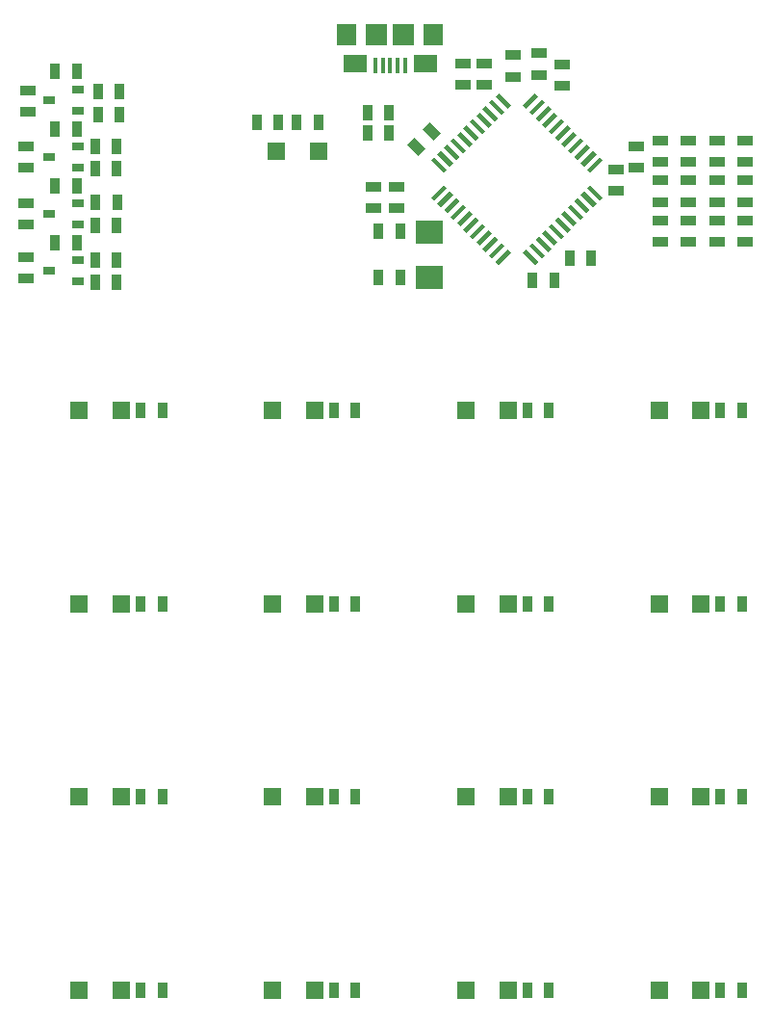
<source format=gtp>
G04 (created by PCBNEW (2013-mar-30)-stable) date Mon 10 Jun 2013 18:39:46 BST*
%MOIN*%
G04 Gerber Fmt 3.4, Leading zero omitted, Abs format*
%FSLAX34Y34*%
G01*
G70*
G90*
G04 APERTURE LIST*
%ADD10C,0*%
%ADD11R,0.0747X0.0747*%
%ADD12R,0.0748X0.0747*%
%ADD13R,0.0707X0.0747*%
%ADD14R,0.0825X0.0629*%
%ADD15R,0.0157X0.053*%
%ADD16R,0.0590551X0.0629921*%
%ADD17R,0.0944X0.0787*%
%ADD18R,0.0394X0.0276*%
%ADD19R,0.055X0.035*%
%ADD20R,0.035X0.055*%
G04 APERTURE END LIST*
G54D10*
G54D11*
X49113Y-22400D03*
G54D12*
X48169Y-22400D03*
G54D13*
X47145Y-22400D03*
G54D14*
X49861Y-23404D03*
G54D15*
X49152Y-23454D03*
X48896Y-23454D03*
X48641Y-23454D03*
X48386Y-23454D03*
X48130Y-23454D03*
G54D14*
X47421Y-23404D03*
G54D13*
X50137Y-22400D03*
G54D16*
X37874Y-55472D03*
X39330Y-55472D03*
X57952Y-55472D03*
X59409Y-55472D03*
X37874Y-48779D03*
X39330Y-48779D03*
X57952Y-48779D03*
X59409Y-48779D03*
X37874Y-42086D03*
X39330Y-42086D03*
X57952Y-42086D03*
X59409Y-42086D03*
X37874Y-35393D03*
X39330Y-35393D03*
X57952Y-35393D03*
X59409Y-35393D03*
X44694Y-26417D03*
X46151Y-26417D03*
G54D17*
X50003Y-30814D03*
X50003Y-29240D03*
G54D18*
X36822Y-30570D03*
X37822Y-30195D03*
X37822Y-30945D03*
X36822Y-28602D03*
X37822Y-28227D03*
X37822Y-28977D03*
X36822Y-24665D03*
X37822Y-24290D03*
X37822Y-25040D03*
X36822Y-26633D03*
X37822Y-26258D03*
X37822Y-27008D03*
G54D10*
G36*
X54353Y-25954D02*
X54778Y-25530D01*
X54891Y-25643D01*
X54466Y-26067D01*
X54353Y-25954D01*
X54353Y-25954D01*
G37*
G36*
X54131Y-25731D02*
X54555Y-25307D01*
X54668Y-25420D01*
X54244Y-25844D01*
X54131Y-25731D01*
X54131Y-25731D01*
G37*
G36*
X53908Y-25508D02*
X54332Y-25084D01*
X54445Y-25197D01*
X54021Y-25621D01*
X53908Y-25508D01*
X53908Y-25508D01*
G37*
G36*
X53685Y-25286D02*
X54109Y-24861D01*
X54222Y-24974D01*
X53798Y-25399D01*
X53685Y-25286D01*
X53685Y-25286D01*
G37*
G36*
X53462Y-25063D02*
X53887Y-24639D01*
X54000Y-24752D01*
X53575Y-25176D01*
X53462Y-25063D01*
X53462Y-25063D01*
G37*
G36*
X53240Y-24840D02*
X53664Y-24416D01*
X53777Y-24529D01*
X53353Y-24953D01*
X53240Y-24840D01*
X53240Y-24840D01*
G37*
G36*
X54576Y-26177D02*
X55000Y-25752D01*
X55113Y-25865D01*
X54689Y-26290D01*
X54576Y-26177D01*
X54576Y-26177D01*
G37*
G36*
X54799Y-26399D02*
X55223Y-25975D01*
X55336Y-26088D01*
X54912Y-26512D01*
X54799Y-26399D01*
X54799Y-26399D01*
G37*
G36*
X55022Y-26622D02*
X55446Y-26198D01*
X55559Y-26311D01*
X55135Y-26735D01*
X55022Y-26622D01*
X55022Y-26622D01*
G37*
G36*
X55244Y-26845D02*
X55669Y-26421D01*
X55782Y-26534D01*
X55357Y-26958D01*
X55244Y-26845D01*
X55244Y-26845D01*
G37*
G36*
X55467Y-27068D02*
X55891Y-26643D01*
X56004Y-26756D01*
X55580Y-27181D01*
X55467Y-27068D01*
X55467Y-27068D01*
G37*
G36*
X51171Y-29136D02*
X51596Y-28712D01*
X51709Y-28825D01*
X51284Y-29249D01*
X51171Y-29136D01*
X51171Y-29136D01*
G37*
G36*
X50949Y-28913D02*
X51373Y-28489D01*
X51486Y-28602D01*
X51062Y-29026D01*
X50949Y-28913D01*
X50949Y-28913D01*
G37*
G36*
X50726Y-28690D02*
X51150Y-28266D01*
X51263Y-28379D01*
X50839Y-28803D01*
X50726Y-28690D01*
X50726Y-28690D01*
G37*
G36*
X50503Y-28468D02*
X50927Y-28043D01*
X51040Y-28156D01*
X50616Y-28581D01*
X50503Y-28468D01*
X50503Y-28468D01*
G37*
G36*
X50280Y-28245D02*
X50705Y-27821D01*
X50818Y-27934D01*
X50393Y-28358D01*
X50280Y-28245D01*
X50280Y-28245D01*
G37*
G36*
X50058Y-28022D02*
X50482Y-27598D01*
X50595Y-27711D01*
X50171Y-28135D01*
X50058Y-28022D01*
X50058Y-28022D01*
G37*
G36*
X51394Y-29359D02*
X51818Y-28934D01*
X51931Y-29047D01*
X51507Y-29472D01*
X51394Y-29359D01*
X51394Y-29359D01*
G37*
G36*
X51617Y-29581D02*
X52041Y-29157D01*
X52154Y-29270D01*
X51730Y-29694D01*
X51617Y-29581D01*
X51617Y-29581D01*
G37*
G36*
X51840Y-29804D02*
X52264Y-29380D01*
X52377Y-29493D01*
X51953Y-29917D01*
X51840Y-29804D01*
X51840Y-29804D01*
G37*
G36*
X52062Y-30027D02*
X52487Y-29603D01*
X52600Y-29716D01*
X52175Y-30140D01*
X52062Y-30027D01*
X52062Y-30027D01*
G37*
G36*
X52285Y-30250D02*
X52709Y-29825D01*
X52822Y-29938D01*
X52398Y-30363D01*
X52285Y-30250D01*
X52285Y-30250D01*
G37*
G36*
X51171Y-25643D02*
X51284Y-25530D01*
X51709Y-25954D01*
X51596Y-26067D01*
X51171Y-25643D01*
X51171Y-25643D01*
G37*
G36*
X54353Y-28825D02*
X54466Y-28712D01*
X54891Y-29136D01*
X54778Y-29249D01*
X54353Y-28825D01*
X54353Y-28825D01*
G37*
G36*
X50949Y-25865D02*
X51062Y-25752D01*
X51486Y-26177D01*
X51373Y-26290D01*
X50949Y-25865D01*
X50949Y-25865D01*
G37*
G36*
X54131Y-29047D02*
X54244Y-28934D01*
X54668Y-29359D01*
X54555Y-29472D01*
X54131Y-29047D01*
X54131Y-29047D01*
G37*
G36*
X53908Y-29270D02*
X54021Y-29157D01*
X54445Y-29581D01*
X54332Y-29694D01*
X53908Y-29270D01*
X53908Y-29270D01*
G37*
G36*
X50726Y-26088D02*
X50839Y-25975D01*
X51263Y-26399D01*
X51150Y-26512D01*
X50726Y-26088D01*
X50726Y-26088D01*
G37*
G36*
X50503Y-26311D02*
X50616Y-26198D01*
X51040Y-26622D01*
X50927Y-26735D01*
X50503Y-26311D01*
X50503Y-26311D01*
G37*
G36*
X53685Y-29493D02*
X53798Y-29380D01*
X54222Y-29804D01*
X54109Y-29917D01*
X53685Y-29493D01*
X53685Y-29493D01*
G37*
G36*
X53462Y-29716D02*
X53575Y-29603D01*
X54000Y-30027D01*
X53887Y-30140D01*
X53462Y-29716D01*
X53462Y-29716D01*
G37*
G36*
X50280Y-26534D02*
X50393Y-26421D01*
X50818Y-26845D01*
X50705Y-26958D01*
X50280Y-26534D01*
X50280Y-26534D01*
G37*
G36*
X50058Y-26756D02*
X50171Y-26643D01*
X50595Y-27068D01*
X50482Y-27181D01*
X50058Y-26756D01*
X50058Y-26756D01*
G37*
G36*
X53240Y-29938D02*
X53353Y-29825D01*
X53777Y-30250D01*
X53664Y-30363D01*
X53240Y-29938D01*
X53240Y-29938D01*
G37*
G36*
X54576Y-28602D02*
X54689Y-28489D01*
X55113Y-28913D01*
X55000Y-29026D01*
X54576Y-28602D01*
X54576Y-28602D01*
G37*
G36*
X51394Y-25420D02*
X51507Y-25307D01*
X51931Y-25731D01*
X51818Y-25844D01*
X51394Y-25420D01*
X51394Y-25420D01*
G37*
G36*
X51617Y-25197D02*
X51730Y-25084D01*
X52154Y-25508D01*
X52041Y-25621D01*
X51617Y-25197D01*
X51617Y-25197D01*
G37*
G36*
X54799Y-28379D02*
X54912Y-28266D01*
X55336Y-28690D01*
X55223Y-28803D01*
X54799Y-28379D01*
X54799Y-28379D01*
G37*
G36*
X55022Y-28156D02*
X55135Y-28043D01*
X55559Y-28468D01*
X55446Y-28581D01*
X55022Y-28156D01*
X55022Y-28156D01*
G37*
G36*
X51840Y-24974D02*
X51953Y-24861D01*
X52377Y-25286D01*
X52264Y-25399D01*
X51840Y-24974D01*
X51840Y-24974D01*
G37*
G36*
X52062Y-24752D02*
X52175Y-24639D01*
X52600Y-25063D01*
X52487Y-25176D01*
X52062Y-24752D01*
X52062Y-24752D01*
G37*
G36*
X55244Y-27934D02*
X55357Y-27821D01*
X55782Y-28245D01*
X55669Y-28358D01*
X55244Y-27934D01*
X55244Y-27934D01*
G37*
G36*
X55467Y-27711D02*
X55580Y-27598D01*
X56004Y-28022D01*
X55891Y-28135D01*
X55467Y-27711D01*
X55467Y-27711D01*
G37*
G36*
X52285Y-24529D02*
X52398Y-24416D01*
X52822Y-24840D01*
X52709Y-24953D01*
X52285Y-24529D01*
X52285Y-24529D01*
G37*
G54D16*
X51259Y-55472D03*
X52716Y-55472D03*
X51259Y-48779D03*
X52716Y-48779D03*
X51259Y-42086D03*
X52716Y-42086D03*
X51259Y-35393D03*
X52716Y-35393D03*
X44566Y-35393D03*
X46023Y-35393D03*
X44566Y-42086D03*
X46023Y-42086D03*
X44566Y-48779D03*
X46023Y-48779D03*
X44566Y-55472D03*
X46023Y-55472D03*
G54D19*
X48064Y-28413D03*
X48064Y-27663D03*
X51909Y-24134D03*
X51909Y-23384D03*
X53807Y-23042D03*
X53807Y-23792D03*
X60944Y-28817D03*
X60944Y-29567D03*
G54D20*
X37796Y-29586D03*
X37046Y-29586D03*
G54D10*
G36*
X49997Y-25420D02*
X50386Y-25809D01*
X50139Y-26056D01*
X49750Y-25668D01*
X49997Y-25420D01*
X49997Y-25420D01*
G37*
G36*
X49467Y-25950D02*
X49856Y-26339D01*
X49608Y-26587D01*
X49219Y-26198D01*
X49467Y-25950D01*
X49467Y-25950D01*
G37*
G54D19*
X51181Y-24134D03*
X51181Y-23384D03*
G54D20*
X48989Y-30811D03*
X48239Y-30811D03*
X45404Y-25440D03*
X46154Y-25440D03*
G54D19*
X52893Y-23859D03*
X52893Y-23109D03*
X58976Y-28189D03*
X58976Y-27439D03*
X57992Y-28189D03*
X57992Y-27439D03*
G54D20*
X55611Y-30133D03*
X54861Y-30133D03*
G54D19*
X36098Y-25079D03*
X36098Y-24329D03*
X58976Y-28817D03*
X58976Y-29567D03*
X57992Y-26812D03*
X57992Y-26062D03*
X48864Y-28413D03*
X48864Y-27663D03*
X59960Y-26812D03*
X59960Y-26062D03*
X57992Y-28817D03*
X57992Y-29567D03*
X36043Y-30847D03*
X36043Y-30097D03*
G54D20*
X47854Y-25799D03*
X48604Y-25799D03*
X44776Y-25440D03*
X44026Y-25440D03*
G54D19*
X36043Y-28977D03*
X36043Y-28227D03*
X59960Y-28817D03*
X59960Y-29567D03*
X58976Y-26812D03*
X58976Y-26062D03*
X36043Y-27008D03*
X36043Y-26258D03*
G54D20*
X54134Y-42086D03*
X53384Y-42086D03*
X40749Y-35393D03*
X39999Y-35393D03*
X47441Y-42086D03*
X46691Y-42086D03*
X54134Y-35393D03*
X53384Y-35393D03*
X60827Y-42086D03*
X60077Y-42086D03*
X60827Y-35393D03*
X60077Y-35393D03*
X39174Y-30964D03*
X38424Y-30964D03*
X47441Y-35393D03*
X46691Y-35393D03*
X37796Y-27618D03*
X37046Y-27618D03*
G54D19*
X54590Y-23428D03*
X54590Y-24178D03*
G54D20*
X39174Y-28996D03*
X38424Y-28996D03*
X60827Y-55472D03*
X60077Y-55472D03*
X40749Y-48779D03*
X39999Y-48779D03*
X54134Y-55472D03*
X53384Y-55472D03*
X47441Y-48779D03*
X46691Y-48779D03*
X54134Y-48779D03*
X53384Y-48779D03*
X60827Y-48779D03*
X60077Y-48779D03*
X47441Y-55472D03*
X46691Y-55472D03*
X40749Y-42086D03*
X39999Y-42086D03*
X40749Y-55472D03*
X39999Y-55472D03*
X38428Y-30188D03*
X39178Y-30188D03*
X38432Y-28204D03*
X39182Y-28204D03*
X39174Y-27027D03*
X38424Y-27027D03*
X38424Y-26248D03*
X39174Y-26248D03*
X39272Y-25157D03*
X38522Y-25157D03*
X38522Y-24370D03*
X39272Y-24370D03*
X47854Y-25099D03*
X48604Y-25099D03*
X37796Y-23681D03*
X37046Y-23681D03*
X37796Y-25649D03*
X37046Y-25649D03*
G54D19*
X60944Y-28189D03*
X60944Y-27439D03*
X60944Y-26812D03*
X60944Y-26062D03*
X59960Y-28189D03*
X59960Y-27439D03*
G54D20*
X54319Y-30909D03*
X53569Y-30909D03*
X48985Y-29192D03*
X48235Y-29192D03*
G54D19*
X57164Y-26263D03*
X57164Y-27013D03*
X56464Y-27063D03*
X56464Y-27813D03*
M02*

</source>
